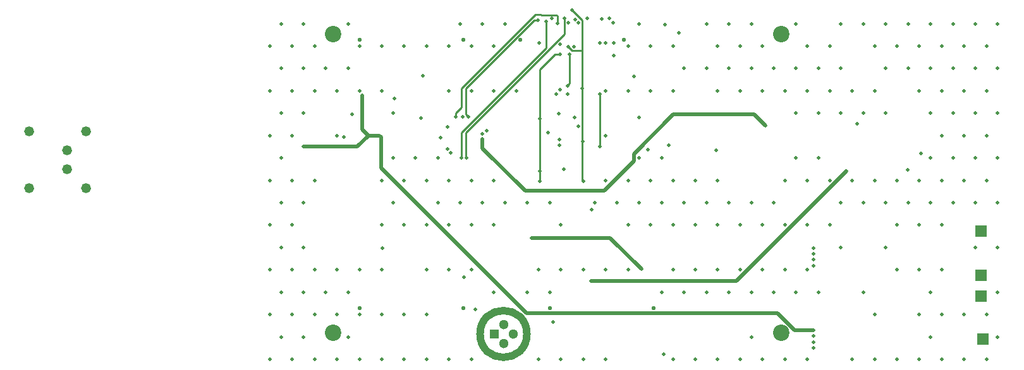
<source format=gbr>
%TF.GenerationSoftware,Altium Limited,Altium Designer,22.2.1 (43)*%
G04 Layer_Physical_Order=3*
G04 Layer_Color=16440176*
%FSLAX45Y45*%
%MOMM*%
%TF.SameCoordinates,3546A09D-0AB3-465C-A5BE-671B47EBA127*%
%TF.FilePolarity,Positive*%
%TF.FileFunction,Copper,L3,Inr,Signal*%
%TF.Part,Single*%
G01*
G75*
%TA.AperFunction,NonConductor*%
%ADD10C,1.00000*%
%TA.AperFunction,Conductor*%
%ADD57C,0.50000*%
%ADD58C,0.25400*%
%TA.AperFunction,ComponentPad*%
%ADD60R,1.50000X1.50000*%
%ADD61C,0.54991*%
%ADD62C,2.19989*%
%ADD63C,1.32080*%
%ADD64R,1.30000X1.30000*%
%ADD65C,1.30000*%
%TA.AperFunction,ViaPad*%
%ADD66C,0.50000*%
D10*
X9244006Y3140000D02*
G03*
X9244006Y3140000I-314006J0D01*
G01*
D57*
X10357866Y4430000D02*
X10776223Y4011643D01*
X9310000Y4430000D02*
X10357866D01*
X12051643Y3851643D02*
X13520000Y5320000D01*
X10106223Y3851643D02*
X12051643D01*
X12286223Y6081643D02*
X12436223Y5931643D01*
X11476223Y6081643D02*
X12286223D01*
X11201643D02*
X11476223D01*
X10675000Y5555000D02*
X11201643Y6081643D01*
X10280000Y5060000D02*
X10675000Y5455000D01*
Y5555000D01*
X9220000Y5060000D02*
X10280000D01*
X8650000Y5630000D02*
Y5757460D01*
Y5630000D02*
X9220000Y5060000D01*
X6970000Y5650000D02*
X7120000Y5800000D01*
X6250000Y5650000D02*
X6970000D01*
X7270000Y5800000D02*
X7290000Y5780000D01*
X7120000Y5800000D02*
X7270000D01*
X7036775Y5883225D02*
X7120000Y5800000D01*
X7036775Y5883225D02*
Y6343703D01*
X7290000Y5370000D02*
X9240195Y3419805D01*
X7290000Y5370000D02*
Y5780000D01*
X9240195Y3419805D02*
X12599074D01*
X12827235Y3191643D01*
X13080000D01*
D58*
X9982396Y7294071D02*
Y7347605D01*
X9850000Y7480000D02*
X9982396Y7347605D01*
X8430000Y5501708D02*
Y5842552D01*
Y5501708D02*
X8431860Y5499848D01*
X8430000Y5842552D02*
X9750000Y7162553D01*
X9420000Y6030000D02*
Y6685810D01*
X9814362Y6501419D02*
Y6893562D01*
X9790000Y6477057D02*
X9814362Y6501419D01*
X9420000Y6685810D02*
X9623314Y6889124D01*
X9340480Y7345293D02*
X9385293D01*
X8424131Y6428945D02*
X9340480Y7345293D01*
X9385293D02*
X9390000Y7350000D01*
X8370000Y6428695D02*
X9361305Y7420000D01*
X9635521Y7418902D02*
X9650400Y7404023D01*
X9430000Y7420000D02*
X9431098Y7418902D01*
X9635521D01*
X9361305Y7420000D02*
X9430000D01*
X9500400Y6971872D02*
Y7329664D01*
X9500411Y7329675D01*
X9650400Y7310000D02*
Y7404023D01*
Y7310000D02*
X9655057Y7305343D01*
X8370000Y6176160D02*
Y6428695D01*
X8294738Y6100898D02*
X8370000Y6176160D01*
X8424131Y6085869D02*
Y6428945D01*
Y6085869D02*
X8460000Y6050000D01*
X8290031Y6050360D02*
X8294738Y6055067D01*
Y6100898D01*
X9750000Y7162553D02*
Y7370000D01*
X9980000Y7291676D02*
X9982396Y7294071D01*
X9980000Y6941489D02*
Y7291676D01*
X9848511Y6941489D02*
X9980000D01*
Y6430000D02*
Y6941489D01*
X9795638Y6994362D02*
X9848511Y6941489D01*
X10221102Y5657726D02*
Y6358898D01*
X10220000Y6360000D02*
X10221102Y6358898D01*
Y5657726D02*
X10222204Y5656624D01*
X9623314Y6889124D02*
X9690400D01*
X8370000Y5510000D02*
Y5841472D01*
X9500400Y6971872D01*
X9790000Y6470400D02*
Y6477057D01*
X9984103Y5722773D02*
Y6425897D01*
Y5722773D02*
X9988207Y5718670D01*
X9980000Y6430000D02*
X9984103Y6425897D01*
X9988207Y5184951D02*
Y5718670D01*
X9418515Y5184951D02*
Y5323230D01*
X9419258Y6029257D02*
X9420000Y6030000D01*
X9419258Y5323972D02*
Y6029257D01*
X9418515Y5323230D02*
X9419258Y5323972D01*
D60*
X15350000Y3070000D02*
D03*
X15330000Y3930000D02*
D03*
Y4520000D02*
D03*
Y3650000D02*
D03*
D61*
X10545001Y7085019D02*
D03*
X9155011D02*
D03*
X8395018D02*
D03*
X7005003D02*
D03*
X10945025Y3485001D02*
D03*
X9555010D02*
D03*
X8395018D02*
D03*
X7005003D02*
D03*
D62*
X6650012Y7160000D02*
D03*
Y3160008D02*
D03*
X12650000D02*
D03*
Y7160000D02*
D03*
D63*
X3341000Y5099000D02*
D03*
X2579000D02*
D03*
Y5861000D02*
D03*
X3341000D02*
D03*
X3087000Y5353000D02*
D03*
X3087000Y5607000D02*
D03*
D64*
X8803160Y3141660D02*
D03*
D65*
X9057160D02*
D03*
X8930160Y3268660D02*
D03*
Y3014660D02*
D03*
D66*
X9887660Y7359283D02*
D03*
X9850000Y7480000D02*
D03*
X15549995Y7299998D02*
D03*
X15399995Y6999998D02*
D03*
X15549995Y6699998D02*
D03*
X15399995Y6399998D02*
D03*
X15549995Y6099998D02*
D03*
X15399995Y5799998D02*
D03*
X15549995Y5499998D02*
D03*
X15399995Y5199998D02*
D03*
X15549995Y4899999D02*
D03*
Y4299999D02*
D03*
Y3699999D02*
D03*
X15399995Y3399999D02*
D03*
X15549995Y3099999D02*
D03*
X15399995Y2799999D02*
D03*
X15249995Y7299998D02*
D03*
X15099995Y6999998D02*
D03*
X15249995Y6699998D02*
D03*
X15099995Y6399998D02*
D03*
X15249995Y6099998D02*
D03*
X15099995Y5799998D02*
D03*
X15249995Y5499998D02*
D03*
X15099995Y5199998D02*
D03*
X15249995Y4899999D02*
D03*
Y4299999D02*
D03*
X15099995Y3399999D02*
D03*
Y2799999D02*
D03*
X14949995Y7299998D02*
D03*
X14799995Y6999998D02*
D03*
X14949995Y6699998D02*
D03*
X14799995Y6399998D02*
D03*
X14949995Y6099998D02*
D03*
X14799995Y5799998D02*
D03*
X14949995Y5499998D02*
D03*
X14799995Y5199998D02*
D03*
X14949995Y4899999D02*
D03*
X14799995Y4599999D02*
D03*
Y3999999D02*
D03*
Y3399999D02*
D03*
Y2799999D02*
D03*
X14649995Y7299998D02*
D03*
X14499995Y6999998D02*
D03*
X14649995Y6699998D02*
D03*
X14499995Y6399998D02*
D03*
X14649995Y6099998D02*
D03*
Y5499998D02*
D03*
X14499995Y5199998D02*
D03*
X14649995Y4899999D02*
D03*
X14499995Y4599999D02*
D03*
Y3999999D02*
D03*
X14649995Y3699999D02*
D03*
X14499995Y3399999D02*
D03*
X14649995Y3099999D02*
D03*
X14499995Y2799999D02*
D03*
X14349995Y7299998D02*
D03*
X14199995Y6999998D02*
D03*
X14349995Y6699998D02*
D03*
X14199995Y5199998D02*
D03*
X14349995Y4899999D02*
D03*
X14199995Y4599999D02*
D03*
Y3999999D02*
D03*
Y2799999D02*
D03*
X14049995Y7299998D02*
D03*
X13899995Y6999998D02*
D03*
X14049995Y6699998D02*
D03*
X13899995Y6399998D02*
D03*
X14049995Y6099998D02*
D03*
X13899995Y5199998D02*
D03*
X14049995Y4899999D02*
D03*
Y4299999D02*
D03*
X13899995Y3399999D02*
D03*
Y2799999D02*
D03*
X13749995Y7299998D02*
D03*
X13599995Y6399998D02*
D03*
X13749995Y6099998D02*
D03*
X13599995Y5199998D02*
D03*
X13749995Y4899999D02*
D03*
Y3699999D02*
D03*
X13599995Y2799999D02*
D03*
X13449995Y7299998D02*
D03*
X13299995Y6999998D02*
D03*
X13449995Y6699998D02*
D03*
X13299995Y6399998D02*
D03*
X13449995Y6099998D02*
D03*
X13299995Y5199998D02*
D03*
X13449995Y4899999D02*
D03*
X13299995Y4599999D02*
D03*
X13449995Y4299999D02*
D03*
X12999995Y6999998D02*
D03*
X13149995Y6699998D02*
D03*
X12999995Y6399998D02*
D03*
X13149995Y6099998D02*
D03*
Y5499998D02*
D03*
X12999995Y5199998D02*
D03*
Y4599999D02*
D03*
Y3999999D02*
D03*
X13149995Y3699999D02*
D03*
X12999995Y2799999D02*
D03*
X12849995Y7299998D02*
D03*
Y6699998D02*
D03*
X12699996Y6399998D02*
D03*
X12849995Y6099998D02*
D03*
Y5499998D02*
D03*
X12699996Y5199998D02*
D03*
Y4599999D02*
D03*
Y3999999D02*
D03*
X12849995Y3699999D02*
D03*
X12699996Y2799999D02*
D03*
X12399996Y6999998D02*
D03*
X12549996Y6699998D02*
D03*
X12399996Y6399998D02*
D03*
X12549996Y4899999D02*
D03*
X12399996Y4599999D02*
D03*
Y3999999D02*
D03*
X12549996Y3699999D02*
D03*
X12399996Y2799999D02*
D03*
X12249996Y7299998D02*
D03*
X12099996Y6999998D02*
D03*
X12249996Y6699998D02*
D03*
X12099996Y6399998D02*
D03*
X12249996Y4899999D02*
D03*
X12099996Y4599999D02*
D03*
Y3999999D02*
D03*
X12249996Y3699999D02*
D03*
Y3099999D02*
D03*
X12099996Y2799999D02*
D03*
X11949996Y7299998D02*
D03*
X11799996Y6999998D02*
D03*
X11949996Y6699998D02*
D03*
X11799996Y6399998D02*
D03*
Y5199998D02*
D03*
X11949996Y4899999D02*
D03*
X11799996Y4599999D02*
D03*
Y3999999D02*
D03*
X11949996Y3699999D02*
D03*
X11799996Y2799999D02*
D03*
X11649997Y7299998D02*
D03*
Y6699998D02*
D03*
X11499997Y5199998D02*
D03*
X11649997Y4899999D02*
D03*
X11499997Y4599999D02*
D03*
Y3999999D02*
D03*
X11649997Y3699999D02*
D03*
X11499997Y2799999D02*
D03*
X11199997Y6999998D02*
D03*
X11349997Y6699998D02*
D03*
X11199997Y6399998D02*
D03*
Y5199998D02*
D03*
X11349997Y4899999D02*
D03*
X11199997Y4599999D02*
D03*
Y3999999D02*
D03*
X11349997Y3699999D02*
D03*
X11199997Y2799999D02*
D03*
X10899997Y6999998D02*
D03*
Y6399998D02*
D03*
X11049997Y5499998D02*
D03*
X10899997Y5199998D02*
D03*
X11049997Y4899999D02*
D03*
X10899997Y4599999D02*
D03*
X11049997Y3699999D02*
D03*
X10749997Y7299998D02*
D03*
X10599997Y6999998D02*
D03*
Y6399998D02*
D03*
X10749997Y5499998D02*
D03*
X10599997Y5199998D02*
D03*
X10749997Y4899999D02*
D03*
X10599997Y4599999D02*
D03*
Y3999999D02*
D03*
X10299997Y6399998D02*
D03*
Y5799998D02*
D03*
Y5199998D02*
D03*
X10449997Y4899999D02*
D03*
X10299997Y3999999D02*
D03*
Y2799999D02*
D03*
X10149997Y4899999D02*
D03*
X9999997Y3999999D02*
D03*
Y2799999D02*
D03*
X9699997Y4599999D02*
D03*
Y3999999D02*
D03*
Y2799999D02*
D03*
X9549997Y4899999D02*
D03*
X9399997Y3999999D02*
D03*
X9549997Y3699999D02*
D03*
X9399997Y2799999D02*
D03*
X9099997Y6399998D02*
D03*
X9249997Y4899999D02*
D03*
Y3699999D02*
D03*
X8949997Y7299998D02*
D03*
X8799997Y6999998D02*
D03*
Y6399998D02*
D03*
Y5199998D02*
D03*
X8949997Y4899999D02*
D03*
X8799997Y4599999D02*
D03*
X8649997Y7299998D02*
D03*
X8499997Y6999998D02*
D03*
Y6399998D02*
D03*
Y5199998D02*
D03*
X8649997Y4899999D02*
D03*
X8499997Y4599999D02*
D03*
Y3999999D02*
D03*
Y2799999D02*
D03*
X8349998Y7299998D02*
D03*
X8199998Y6999998D02*
D03*
Y6399998D02*
D03*
Y5199998D02*
D03*
X8349998Y4899999D02*
D03*
X8199998Y4599999D02*
D03*
Y3999999D02*
D03*
Y2799999D02*
D03*
X7899998Y6999998D02*
D03*
X8049998Y5499998D02*
D03*
X7899998Y5199998D02*
D03*
X8049998Y4899999D02*
D03*
X7899998Y4599999D02*
D03*
Y3999999D02*
D03*
Y3399999D02*
D03*
Y2799999D02*
D03*
X7599998Y6999998D02*
D03*
X7749998Y5499998D02*
D03*
X7599998Y5199998D02*
D03*
Y4599999D02*
D03*
Y3399999D02*
D03*
Y2799999D02*
D03*
X7299998Y6999998D02*
D03*
Y6399998D02*
D03*
X7449998Y6099998D02*
D03*
Y5499998D02*
D03*
X7299998Y5199998D02*
D03*
X7449998Y4899999D02*
D03*
X7299998Y4599999D02*
D03*
Y3999999D02*
D03*
Y3399999D02*
D03*
Y2799999D02*
D03*
X6999998Y6999998D02*
D03*
Y6399998D02*
D03*
Y3999999D02*
D03*
Y3399999D02*
D03*
Y2799999D02*
D03*
X6849998Y7299998D02*
D03*
Y6699998D02*
D03*
X6699998Y6399998D02*
D03*
Y5799998D02*
D03*
Y3999999D02*
D03*
X6849998Y3699999D02*
D03*
X6699998Y3399999D02*
D03*
X6849998Y3099999D02*
D03*
X6699998Y2799999D02*
D03*
X6399998Y6999998D02*
D03*
X6549998Y6699998D02*
D03*
X6399998Y6399998D02*
D03*
Y5199998D02*
D03*
Y3999999D02*
D03*
X6549998Y3699999D02*
D03*
X6399998Y3399999D02*
D03*
Y2799999D02*
D03*
X6249998Y7299998D02*
D03*
X6099998Y6999998D02*
D03*
X6249998Y6699998D02*
D03*
X6099998Y6399998D02*
D03*
X6249998Y6099998D02*
D03*
X6099998Y5799998D02*
D03*
Y5199998D02*
D03*
X6249998Y4899999D02*
D03*
X6099998Y4599999D02*
D03*
X6249998Y4299999D02*
D03*
X6099998Y3999999D02*
D03*
X6249998Y3699999D02*
D03*
X6099998Y3399999D02*
D03*
X6249998Y3099999D02*
D03*
X6099998Y2799999D02*
D03*
X5949998Y7299998D02*
D03*
X5799998Y6999998D02*
D03*
X5949998Y6699998D02*
D03*
X5799998Y6399998D02*
D03*
X5949998Y6099998D02*
D03*
X5799998Y5799998D02*
D03*
X5949998Y5499998D02*
D03*
X5799998Y5199998D02*
D03*
X5949998Y4899999D02*
D03*
X5799998Y4599999D02*
D03*
X5949998Y4299999D02*
D03*
X5799998Y3999999D02*
D03*
X5949998Y3699999D02*
D03*
X5799998Y3399999D02*
D03*
X5949998Y3099999D02*
D03*
X5799998Y2799999D02*
D03*
X7472203Y6296624D02*
D03*
X6902204Y6086624D02*
D03*
X9670000Y6090000D02*
D03*
X9742204Y5346624D02*
D03*
X9790963Y6352684D02*
D03*
X9880000Y6040000D02*
D03*
X9932204Y5926624D02*
D03*
X8431860Y5499848D02*
D03*
X13080000Y4217300D02*
D03*
X13083807Y4057883D02*
D03*
X9410000Y7040000D02*
D03*
X11080000Y2870000D02*
D03*
X10776223Y4011643D02*
D03*
X9310000Y4430000D02*
D03*
X10110000Y4810000D02*
D03*
X13668077Y5956353D02*
D03*
X13516223Y5321643D02*
D03*
X10106223Y3851643D02*
D03*
X9596223Y3301643D02*
D03*
X12436223Y5931643D02*
D03*
X8650000Y5757460D02*
D03*
Y5820160D02*
D03*
X8090000Y5770000D02*
D03*
X9680000Y5670000D02*
D03*
X11476223Y6081643D02*
D03*
X11776223Y5601643D02*
D03*
X10866223Y5611643D02*
D03*
X11280000Y7180000D02*
D03*
X11096223Y7291643D02*
D03*
X7850000Y6600000D02*
D03*
X7825642Y6036936D02*
D03*
X6790000Y5780000D02*
D03*
X7306223Y4291643D02*
D03*
X8800000Y3700000D02*
D03*
X13086475Y4292131D02*
D03*
X13080000Y4141643D02*
D03*
X7290000Y5780000D02*
D03*
X6250000Y5650000D02*
D03*
X7036775Y6343703D02*
D03*
X13080000Y2950000D02*
D03*
Y3031643D02*
D03*
Y3191643D02*
D03*
Y3111643D02*
D03*
X8550000Y3470000D02*
D03*
X9530000Y5840000D02*
D03*
X9680000Y5750000D02*
D03*
X9390000Y7350000D02*
D03*
X9500411Y7329675D02*
D03*
X9655057Y7305343D02*
D03*
X9575664Y7368502D02*
D03*
X8220000Y5570000D02*
D03*
X8180000Y5620000D02*
D03*
X8709368Y5864951D02*
D03*
X8180000Y5920000D02*
D03*
X8460000Y6050000D02*
D03*
X8290031Y6050360D02*
D03*
X8380000Y6050000D02*
D03*
X9750000Y7370000D02*
D03*
X10049368D02*
D03*
X10249768Y7360400D02*
D03*
X9931996Y7314947D02*
D03*
X10222869Y7045274D02*
D03*
X10299362Y7040638D02*
D03*
X10410000Y7042315D02*
D03*
X10410400Y6870000D02*
D03*
X10680168Y6590000D02*
D03*
X9990000Y5720000D02*
D03*
X14520000Y5560000D02*
D03*
X9795638Y6994362D02*
D03*
X9872303Y6994874D02*
D03*
X9690400Y6889124D02*
D03*
X9814362Y6893562D02*
D03*
X9687775Y7029051D02*
D03*
X10222204Y5656624D02*
D03*
X10220000Y6360000D02*
D03*
X9640000D02*
D03*
X9690400Y6420000D02*
D03*
X8369368Y5504951D02*
D03*
X9790000Y6470400D02*
D03*
X9800400Y7310000D02*
D03*
X10349368Y7370000D02*
D03*
X10399768Y7310000D02*
D03*
X9999368Y5184951D02*
D03*
X9419368D02*
D03*
X9417500Y6030000D02*
D03*
X9980000Y6430000D02*
D03*
X10750000Y6040000D02*
D03*
X11140000Y5670000D02*
D03*
X9418515Y5323230D02*
D03*
X14345349Y5343309D02*
D03*
X8400000Y3900000D02*
D03*
%TF.MD5,6ec23dde1fcd14437835c24d4b94c5bd*%
M02*

</source>
